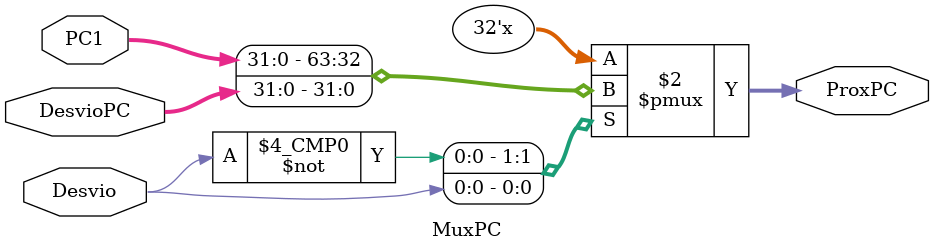
<source format=v>
module MuxPC (ProxPC, DesvioPC, Desvio, PC1);

	input wire [31:0] PC1, DesvioPC;
	input wire Desvio;

	output reg [31:0] ProxPC;

	always @(*) begin
		case (Desvio)
			0: ProxPC = PC1;
			1: ProxPC = DesvioPC;
		endcase
	end
endmodule

</source>
